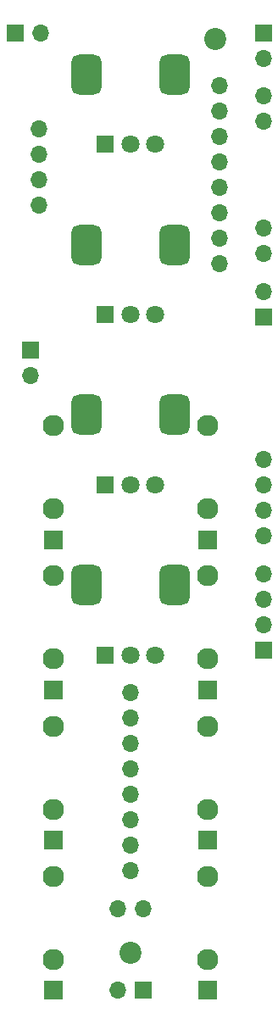
<source format=gbr>
%TF.GenerationSoftware,KiCad,Pcbnew,8.0.5*%
%TF.CreationDate,2024-12-18T11:45:47+00:00*%
%TF.ProjectId,EuroRackPotsJacks,4575726f-5261-4636-9b50-6f74734a6163,rev?*%
%TF.SameCoordinates,Original*%
%TF.FileFunction,Soldermask,Top*%
%TF.FilePolarity,Negative*%
%FSLAX46Y46*%
G04 Gerber Fmt 4.6, Leading zero omitted, Abs format (unit mm)*
G04 Created by KiCad (PCBNEW 8.0.5) date 2024-12-18 11:45:47*
%MOMM*%
%LPD*%
G01*
G04 APERTURE LIST*
G04 Aperture macros list*
%AMRoundRect*
0 Rectangle with rounded corners*
0 $1 Rounding radius*
0 $2 $3 $4 $5 $6 $7 $8 $9 X,Y pos of 4 corners*
0 Add a 4 corners polygon primitive as box body*
4,1,4,$2,$3,$4,$5,$6,$7,$8,$9,$2,$3,0*
0 Add four circle primitives for the rounded corners*
1,1,$1+$1,$2,$3*
1,1,$1+$1,$4,$5*
1,1,$1+$1,$6,$7*
1,1,$1+$1,$8,$9*
0 Add four rect primitives between the rounded corners*
20,1,$1+$1,$2,$3,$4,$5,0*
20,1,$1+$1,$4,$5,$6,$7,0*
20,1,$1+$1,$6,$7,$8,$9,0*
20,1,$1+$1,$8,$9,$2,$3,0*%
G04 Aperture macros list end*
%ADD10O,1.700000X1.700000*%
%ADD11R,1.700000X1.700000*%
%ADD12R,1.930000X1.830000*%
%ADD13C,2.130000*%
%ADD14R,1.800000X1.800000*%
%ADD15C,1.800000*%
%ADD16RoundRect,0.750000X0.750000X-1.250000X0.750000X1.250000X-0.750000X1.250000X-0.750000X-1.250000X0*%
%ADD17C,2.200000*%
G04 APERTURE END LIST*
D10*
%TO.C,J15*%
X65000000Y-136000000D03*
X65000000Y-133460000D03*
X65000000Y-130920000D03*
X65000000Y-128380000D03*
X65000000Y-125840000D03*
X65000000Y-123300000D03*
X65000000Y-120760000D03*
X65000000Y-118220000D03*
%TD*%
%TO.C,J22*%
X66270000Y-139800000D03*
X63730000Y-139800000D03*
%TD*%
%TO.C,J19*%
X78300000Y-95000000D03*
X78300000Y-97540000D03*
X78300000Y-100080000D03*
X78300000Y-102620000D03*
%TD*%
%TO.C,J1*%
X55880000Y-61976000D03*
X55880000Y-64516000D03*
X55880000Y-67056000D03*
X55880000Y-69596000D03*
%TD*%
%TO.C,J10*%
X73914000Y-75438000D03*
X73914000Y-72898000D03*
X73914000Y-70358000D03*
X73914000Y-67818000D03*
X73914000Y-65278000D03*
X73914000Y-62738000D03*
X73914000Y-60198000D03*
X73914000Y-57658000D03*
%TD*%
%TO.C,J20*%
X78300000Y-61219000D03*
X78300000Y-58679000D03*
%TD*%
D11*
%TO.C,J2*%
X53500000Y-52365000D03*
D10*
X56040000Y-52365000D03*
%TD*%
D12*
%TO.C,J14*%
X72700000Y-133000000D03*
D13*
X72700000Y-121600000D03*
X72700000Y-129900000D03*
%TD*%
D11*
%TO.C,J3*%
X55000000Y-84000000D03*
D10*
X55000000Y-86540000D03*
%TD*%
D14*
%TO.C,RV3*%
X62500000Y-97500000D03*
D15*
X65000000Y-97500000D03*
X67500000Y-97500000D03*
D16*
X60600000Y-90500000D03*
X69400000Y-90500000D03*
%TD*%
D14*
%TO.C,RV1*%
X62500000Y-63500000D03*
D15*
X65000000Y-63500000D03*
X67500000Y-63500000D03*
D16*
X60600000Y-56500000D03*
X69400000Y-56500000D03*
%TD*%
D11*
%TO.C,J4*%
X66270000Y-148000000D03*
D10*
X63730000Y-148000000D03*
%TD*%
D12*
%TO.C,J16*%
X72700000Y-118000000D03*
D13*
X72700000Y-106600000D03*
X72700000Y-114900000D03*
%TD*%
D11*
%TO.C,J6*%
X78300000Y-52365000D03*
D10*
X78300000Y-54905000D03*
%TD*%
D12*
%TO.C,J17*%
X72700000Y-103000000D03*
D13*
X72700000Y-91600000D03*
X72700000Y-99900000D03*
%TD*%
D12*
%TO.C,J13*%
X72700000Y-148000000D03*
D13*
X72700000Y-136600000D03*
X72700000Y-144900000D03*
%TD*%
D11*
%TO.C,J7*%
X78300000Y-114040000D03*
D10*
X78300000Y-111500000D03*
X78300000Y-108960000D03*
X78300000Y-106420000D03*
%TD*%
D14*
%TO.C,RV2*%
X62500000Y-80500000D03*
D15*
X65000000Y-80500000D03*
X67500000Y-80500000D03*
D16*
X60600000Y-73500000D03*
X69400000Y-73500000D03*
%TD*%
D17*
%TO.C,MK2*%
X65000000Y-144200000D03*
%TD*%
D14*
%TO.C,RV4*%
X62500000Y-114500000D03*
D15*
X65000000Y-114500000D03*
X67500000Y-114500000D03*
D16*
X60600000Y-107500000D03*
X69400000Y-107500000D03*
%TD*%
D12*
%TO.C,J11*%
X57300000Y-118000000D03*
D13*
X57300000Y-106600000D03*
X57300000Y-114900000D03*
%TD*%
D17*
%TO.C,MK1*%
X73500000Y-53000000D03*
%TD*%
D11*
%TO.C,J5*%
X78300000Y-80760000D03*
D10*
X78300000Y-78220000D03*
%TD*%
D12*
%TO.C,J12*%
X57300000Y-103000000D03*
D13*
X57300000Y-91600000D03*
X57300000Y-99900000D03*
%TD*%
D12*
%TO.C,J8*%
X57300000Y-148000000D03*
D13*
X57300000Y-136600000D03*
X57300000Y-144900000D03*
%TD*%
D12*
%TO.C,J9*%
X57300000Y-133000000D03*
D13*
X57300000Y-121600000D03*
X57300000Y-129900000D03*
%TD*%
D10*
%TO.C,J21*%
X78300000Y-71877000D03*
X78300000Y-74417000D03*
%TD*%
M02*

</source>
